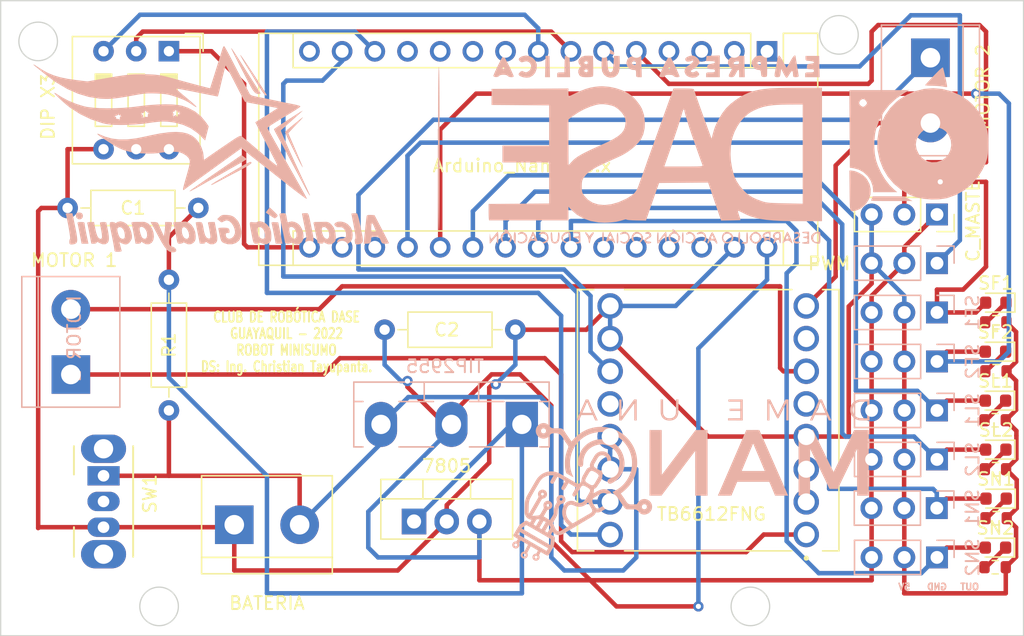
<source format=kicad_pcb>
(kicad_pcb (version 20211014) (generator pcbnew)
  (layers (0 "F.Cu" signal) (31 "B.Cu" signal) (34 "B.Paste" user) (35 "F.Paste" user) (36 "B.SilkS" user "B.Silkscreen") (37 "F.SilkS" user "F.Silkscreen") (38 "B.Mask" user) (39 "F.Mask" user) (44 "Edge.Cuts" user))
  (net 0 "")
  (net 1 "Net-(J2-Pad1)")
  (net 2 "Net-(J2-Pad2)")
  (net 3 "Net-(J3-Pad1)")
  (net 4 "Net-(J3-Pad2)")
  (net 5 "Net-(C1-Pad1)")
  (net 6 "GND")
  (net 7 "5v")
  (net 8 "12v")
  (net 9 "PWMB")
  (net 10 "BIN2")
  (net 11 "BIN1")
  (net 12 "STBY")
  (net 13 "AIN1")
  (net 14 "AIN2")
  (net 15 "PWMA")
  (net 19 "Net-(J1-Pad2)")
  (net 20 "D3")
  (net 21 "D4")
  (net 22 "D5")
  (net 23 "D2")
  (net 26 "A0")
  (net 27 "A1")
  (net 28 "A2")
  (net 29 "A3")
  (net 30 "A4")
  (net 31 "A5")
  (net 36 "D13")
  (net 37 "Net-(D4-Pad1)")
  (net 38 "Net-(D5-Pad1)")
  (net 39 "Net-(D6-Pad1)")
  (net 40 "Net-(D7-Pad1)")
  (net 41 "Net-(D8-Pad1)")
  (net 42 "Net-(D9-Pad1)")
  (footprint "Resistor_SMD:R_0603_1608Metric" (layer "F.Cu") (at 247.142 102.362 180)
    (fp_text reference "220" hide)
    (fp_text value "220" hide)
    (pad "1" smd roundrect (at -0.825 0 180) (size 0.8 0.95) (layers "F.Cu" "F.Paste" "F.Mask") (net 6 "GND"))
    (pad "2" smd roundrect (at 0.825 0 180) (size 0.8 0.95) (layers "F.Cu" "F.Paste" "F.Mask") (net 40 "Net-(D7-Pad1)"))
  )
  (footprint "LED_SMD:LED_0603_1608Metric" (layer "F.Cu") (at 247.1165 119.888 180)
    (fp_text reference "SN2" (at 0 1.524) (layer "F.SilkS"))
    (fp_text value "LED" hide)
    (pad "1" smd roundrect (at -0.7875 0 180) (size 0.875 0.95) (layers "F.Cu" "F.Paste" "F.Mask") (net 39 "Net-(D6-Pad1)"))
    (pad "2" smd roundrect (at 0.7875 0 180) (size 0.875 0.95) (layers "F.Cu" "F.Paste" "F.Mask") (net 31 "A5"))
  )
  (footprint "Resistor_SMD:R_0603_1608Metric" (layer "F.Cu") (at 247.1675 117.602 180)
    (fp_text reference "220" hide)
    (fp_text value "220" hide)
    (pad "1" smd roundrect (at -0.825 0 180) (size 0.8 0.95) (layers "F.Cu" "F.Paste" "F.Mask") (net 6 "GND"))
    (pad "2" smd roundrect (at 0.825 0 180) (size 0.8 0.95) (layers "F.Cu" "F.Paste" "F.Mask") (net 38 "Net-(D5-Pad1)"))
  )
  (footprint "Resistor_SMD:R_0603_1608Metric" (layer "F.Cu") (at 247.091 109.982 180)
    (fp_text reference "220" hide)
    (fp_text value "220" hide)
    (pad "1" smd roundrect (at -0.825 0 180) (size 0.8 0.95) (layers "F.Cu" "F.Paste" "F.Mask") (net 6 "GND"))
    (pad "2" smd roundrect (at 0.825 0 180) (size 0.8 0.95) (layers "F.Cu" "F.Paste" "F.Mask") (net 42 "Net-(D9-Pad1)"))
  )
  (footprint "Resistor_SMD:R_0603_1608Metric" (layer "F.Cu") (at 247.154 106.172 180)
    (fp_text reference "220" hide)
    (fp_text value "220" hide)
    (pad "1" smd roundrect (at -0.825 0 180) (size 0.8 0.95) (layers "F.Cu" "F.Paste" "F.Mask") (net 6 "GND"))
    (pad "2" smd roundrect (at 0.825 0 180) (size 0.8 0.95) (layers "F.Cu" "F.Paste" "F.Mask") (net 41 "Net-(D8-Pad1)"))
  )
  (footprint "Package_TO_SOT_THT:TO-220-3_Vertical" (layer "F.Cu") (at 201.93 117.856)
    (fp_text reference "7805" (at 2.54 -4.318) (layer "F.SilkS"))
    (fp_text value "LM7805_TO220" hide)
    (pad "1" thru_hole rect (at 0 0) (size 1.905 2) (drill 1.1) (layers *.Cu *.Mask) (net 5 "Net-(C1-Pad1)"))
    (pad "2" thru_hole oval (at 2.54 0) (size 1.905 2) (drill 1.1) (layers *.Cu *.Mask) (net 6 "GND"))
    (pad "3" thru_hole oval (at 5.08 0) (size 1.905 2) (drill 1.1) (layers *.Cu *.Mask) (net 7 "5v"))
  )
  (footprint "Resistor_SMD:R_0603_1608Metric" (layer "F.Cu") (at 247.091 121.412 180)
    (fp_text reference "220" hide)
    (fp_text value "220" hide)
    (pad "1" smd roundrect (at -0.825 0 180) (size 0.8 0.95) (layers "F.Cu" "F.Paste" "F.Mask") (net 6 "GND"))
    (pad "2" smd roundrect (at 0.825 0 180) (size 0.8 0.95) (layers "F.Cu" "F.Paste" "F.Mask") (net 39 "Net-(D6-Pad1)"))
  )
  (footprint "Resistor_THT:R_Axial_DIN0207_L6.3mm_D2.5mm_P10.16mm_Horizontal" (layer "F.Cu") (at 199.644 102.941)
    (fp_text reference "C2" (at 4.826 0) (layer "F.SilkS"))
    (fp_text value "470")
    (pad "1" thru_hole circle (at 0 0) (size 1.6 1.6) (drill 0.8) (layers *.Cu *.Mask) (net 7 "5v"))
    (pad "2" thru_hole oval (at 10.16 0) (size 1.6 1.6) (drill 0.8) (layers *.Cu *.Mask) (net 6 "GND"))
  )
  (footprint "Resistor_THT:R_Axial_DIN0207_L6.3mm_D2.5mm_P10.16mm_Horizontal" (layer "F.Cu") (at 182.88 109.22 90)
    (fp_text reference "R1" (at 5.08 0 90) (layer "F.SilkS"))
    (fp_text value "R")
    (pad "1" thru_hole circle (at 0 0 90) (size 1.6 1.6) (drill 0.8) (layers *.Cu *.Mask) (net 8 "12v"))
    (pad "2" thru_hole oval (at 10.16 0 90) (size 1.6 1.6) (drill 0.8) (layers *.Cu *.Mask) (net 5 "Net-(C1-Pad1)"))
  )
  (footprint "LED_SMD:LED_0603_1608Metric" (layer "F.Cu") (at 247.142 100.838 180)
    (fp_text reference "SF1" (at 0 1.524) (layer "F.SilkS"))
    (fp_text value "LED" hide)
    (pad "1" smd roundrect (at -0.7875 0 180) (size 0.875 0.95) (layers "F.Cu" "F.Paste" "F.Mask") (net 40 "Net-(D7-Pad1)"))
    (pad "2" smd roundrect (at 0.7875 0 180) (size 0.875 0.95) (layers "F.Cu" "F.Paste" "F.Mask") (net 26 "A0"))
  )
  (footprint "Dual_driver:MODULE_ROB-14450" (layer "F.Cu") (at 224.79 109.982 180)
    (fp_text reference "U1" hide)
    (fp_text value "TB6612FNG" (at -0.254 -7.295) (layer "F.SilkS"))
    (pad "1" thru_hole circle (at -7.62 -8.89 180) (size 1.98 1.98) (drill 1.32) (layers *.Cu *.Mask) (net 1 "Net-(J2-Pad1)"))
    (pad "2" thru_hole circle (at -7.62 -6.35 180) (size 1.98 1.98) (drill 1.32) (layers *.Cu *.Mask) (net 1 "Net-(J2-Pad1)"))
    (pad "3" thru_hole circle (at -7.62 -3.81 180) (size 1.98 1.98) (drill 1.32) (layers *.Cu *.Mask) (net 6 "GND"))
    (pad "4" thru_hole circle (at -7.62 -1.27 180) (size 1.98 1.98) (drill 1.32) (layers *.Cu *.Mask) (net 6 "GND"))
    (pad "5" thru_hole circle (at -7.62 1.27 180) (size 1.98 1.98) (drill 1.32) (layers *.Cu *.Mask) (net 2 "Net-(J2-Pad2)"))
    (pad "6" thru_hole circle (at -7.62 3.81 180) (size 1.98 1.98) (drill 1.32) (layers *.Cu *.Mask) (net 2 "Net-(J2-Pad2)"))
    (pad "7" thru_hole circle (at -7.62 6.35 180) (size 1.98 1.98) (drill 1.32) (layers *.Cu *.Mask) (net 4 "Net-(J3-Pad2)"))
    (pad "8" thru_hole circle (at -7.62 8.89 180) (size 1.98 1.98) (drill 1.32) (layers *.Cu *.Mask) (net 4 "Net-(J3-Pad2)"))
    (pad "9" thru_hole circle (at 7.62 8.89 180) (size 1.98 1.98) (drill 1.32) (layers *.Cu *.Mask) (net 6 "GND"))
    (pad "10" thru_hole circle (at 7.62 6.35 180) (size 1.98 1.98) (drill 1.32) (layers *.Cu *.Mask) (net 6 "GND"))
    (pad "11" thru_hole circle (at 7.62 3.81 180) (size 1.98 1.98) (drill 1.32) (layers *.Cu *.Mask) (net 3 "Net-(J3-Pad1)"))
    (pad "12" thru_hole circle (at 7.62 1.27 180) (size 1.98 1.98) (drill 1.32) (layers *.Cu *.Mask) (net 3 "Net-(J3-Pad1)"))
    (pad "13" thru_hole circle (at 7.62 -1.27 180) (size 1.98 1.98) (drill 1.32) (layers *.Cu *.Mask) (net 8 "12v"))
    (pad "14" thru_hole circle (at 7.62 -3.81 180) (size 1.98 1.98) (drill 1.32) (layers *.Cu *.Mask) (net 8 "12v"))
    (pad "15" thru_hole circle (at 7.62 -6.35 180) (size 1.98 1.98) (drill 1.32) (layers *.Cu *.Mask) (net 9 "PWMB"))
    (pad "16" thru_hole circle (at 7.62 -8.89 180) (size 1.98 1.98) (drill 1.32) (layers *.Cu *.Mask) (net 10 "BIN2"))
  )
  (footprint "LED_SMD:LED_0603_1608Metric" (layer "F.Cu") (at 247.1165 104.648 180)
    (fp_text reference "SF2" (at 0 1.524) (layer "F.SilkS"))
    (fp_text value "LED" hide)
    (pad "1" smd roundrect (at -0.7875 0 180) (size 0.875 0.95) (layers "F.Cu" "F.Paste" "F.Mask") (net 41 "Net-(D8-Pad1)"))
    (pad "2" smd roundrect (at 0.7875 0 180) (size 0.875 0.95) (layers "F.Cu" "F.Paste" "F.Mask") (net 27 "A1"))
  )
  (footprint "Button_Switch_THT:SW_CuK_OS102011MA1QN1_SPDT_Angled" (layer "F.Cu") (at 177.8 114.3 -90)
    (fp_text reference "SW1" (at 1.4 -3.6 -90) (layer "F.SilkS"))
    (fp_text value "SW_Push_SPDT" hide)
    (pad "" thru_hole oval (at 6.1 0 270) (size 2.2 3.5) (drill 1.5) (layers *.Cu *.Mask))
    (pad "" thru_hole oval (at -2.1 0 270) (size 2.2 3.5) (drill 1.5) (layers *.Cu *.Mask))
    (pad "1" thru_hole rect (at 0 0 270) (size 1.5 2.5) (drill 0.9) (layers *.Cu *.Mask) (net 8 "12v"))
    (pad "2" thru_hole oval (at 2 0 270) (size 1.5 2.5) (drill 0.9) (layers *.Cu *.Mask) (net 19 "Net-(J1-Pad2)"))
    (pad "3" thru_hole oval (at 4 0 270) (size 1.5 2.5) (drill 0.9) (layers *.Cu *.Mask) (net 6 "GND"))
  )
  (footprint "LED_SMD:LED_0603_1608Metric" (layer "F.Cu") (at 247.142 112.268 180)
    (fp_text reference "SL2" (at -0.0255 1.524) (layer "F.SilkS"))
    (fp_text value "LED" hide)
    (pad "1" smd roundrect (at -0.7875 0 180) (size 0.875 0.95) (layers "F.Cu" "F.Paste" "F.Mask") (net 37 "Net-(D4-Pad1)"))
    (pad "2" smd roundrect (at 0.7875 0 180) (size 0.875 0.95) (layers "F.Cu" "F.Paste" "F.Mask") (net 29 "A3"))
  )
  (footprint "Module:Arduino_Nano" (layer "F.Cu") (at 229.362 81.29 -90)
    (fp_text reference "A1" hide)
    (fp_text value "Arduino_Nano_v3.x" (at 8.89 19.05) (layer "F.SilkS"))
    (pad "1" thru_hole rect (at 0 0 270) (size 1.6 1.6) (drill 1) (layers *.Cu *.Mask))
    (pad "2" thru_hole oval (at 0 2.54 270) (size 1.6 1.6) (drill 1) (layers *.Cu *.Mask))
    (pad "3" thru_hole oval (at 0 5.08 270) (size 1.6 1.6) (drill 1) (layers *.Cu *.Mask))
    (pad "4" thru_hole oval (at 0 7.62 270) (size 1.6 1.6) (drill 1) (layers *.Cu *.Mask) (net 6 "GND"))
    (pad "5" thru_hole oval (at 0 10.16 270) (size 1.6 1.6) (drill 1) (layers *.Cu *.Mask) (net 23 "D2"))
    (pad "6" thru_hole oval (at 0 12.7 270) (size 1.6 1.6) (drill 1) (layers *.Cu *.Mask) (net 20 "D3"))
    (pad "7" thru_hole oval (at 0 15.24 270) (size 1.6 1.6) (drill 1) (layers *.Cu *.Mask) (net 21 "D4"))
    (pad "8" thru_hole oval (at 0 17.78 270) (size 1.6 1.6) (drill 1) (layers *.Cu *.Mask) (net 22 "D5"))
    (pad "9" thru_hole oval (at 0 20.32 270) (size 1.6 1.6) (drill 1) (layers *.Cu *.Mask) (net 15 "PWMA"))
    (pad "10" thru_hole oval (at 0 22.86 270) (size 1.6 1.6) (drill 1) (layers *.Cu *.Mask) (net 14 "AIN2"))
    (pad "11" thru_hole oval (at 0 25.4 270) (size 1.6 1.6) (drill 1) (layers *.Cu *.Mask) (net 13 "AIN1"))
    (pad "12" thru_hole oval (at 0 27.94 270) (size 1.6 1.6) (drill 1) (layers *.Cu *.Mask) (net 11 "BIN1"))
    (pad "13" thru_hole oval (at 0 30.48 270) (size 1.6 1.6) (drill 1) (layers *.Cu *.Mask) (net 10 "BIN2"))
    (pad "14" thru_hole oval (at 0 33.02 270) (size 1.6 1.6) (drill 1) (layers *.Cu *.Mask) (net 9 "PWMB"))
    (pad "15" thru_hole oval (at 0 35.56 270) (size 1.6 1.6) (drill 1) (layers *.Cu *.Mask) (net 12 "STBY"))
    (pad "16" thru_hole oval (at 15.24 35.56 270) (size 1.6 1.6) (drill 1) (layers *.Cu *.Mask) (net 36 "D13"))
    (pad "17" thru_hole oval (at 15.24 33.02 270) (size 1.6 1.6) (drill 1) (layers *.Cu *.Mask))
    (pad "18" thru_hole oval (at 15.24 30.48 270) (size 1.6 1.6) (drill 1) (layers *.Cu *.Mask))
    (pad "19" thru_hole oval (at 15.24 27.94 270) (size 1.6 1.6) (drill 1) (layers *.Cu *.Mask) (net 26 "A0"))
    (pad "20" thru_hole oval (at 15.24 25.4 270) (size 1.6 1.6) (drill 1) (layers *.Cu *.Mask) (net 27 "A1"))
    (pad "21" thru_hole oval (at 15.24 22.86 270) (size 1.6 1.6) (drill 1) (layers *.Cu *.Mask) (net 28 "A2"))
    (pad "22" thru_hole oval (at 15.24 20.32 270) (size 1.6 1.6) (drill 1) (layers *.Cu *.Mask) (net 29 "A3"))
    (pad "23" thru_hole oval (at 15.24 17.78 270) (size 1.6 1.6) (drill 1) (layers *.Cu *.Mask) (net 30 "A4"))
    (pad "24" thru_hole oval (at 15.24 15.24 270) (size 1.6 1.6) (drill 1) (layers *.Cu *.Mask) (net 31 "A5"))
    (pad "25" thru_hole oval (at 15.24 12.7 270) (size 1.6 1.6) (drill 1) (layers *.Cu *.Mask))
    (pad "26" thru_hole oval (at 15.24 10.16 270) (size 1.6 1.6) (drill 1) (layers *.Cu *.Mask))
    (pad "27" thru_hole oval (at 15.24 7.62 270) (size 1.6 1.6) (drill 1) (layers *.Cu *.Mask))
    (pad "28" thru_hole oval (at 15.24 5.08 270) (size 1.6 1.6) (drill 1) (layers *.Cu *.Mask))
    (pad "29" thru_hole oval (at 15.24 2.54 270) (size 1.6 1.6) (drill 1) (layers *.Cu *.Mask) (net 6 "GND"))
    (pad "30" thru_hole oval (at 15.24 0 270) (size 1.6 1.6) (drill 1) (layers *.Cu *.Mask) (net 7 "5v"))
  )
  (footprint "LED_SMD:LED_0603_1608Metric" (layer "F.Cu") (at 247.1675 116.078 180)
    (fp_text reference "SN1" (at 0 1.524) (layer "F.SilkS"))
    (fp_text value "LED" hide)
    (pad "1" smd roundrect (at -0.7875 0 180) (size 0.875 0.95) (layers "F.Cu" "F.Paste" "F.Mask") (net 38 "Net-(D5-Pad1)"))
    (pad "2" smd roundrect (at 0.7875 0 180) (size 0.875 0.95) (layers "F.Cu" "F.Paste" "F.Mask") (net 30 "A4"))
  )
  (footprint "LED_SMD:LED_0603_1608Metric" (layer "F.Cu") (at 247.1165 108.458 180)
    (fp_text reference "SL1" (at 0 1.524) (layer "F.SilkS"))
    (fp_text value "LED" hide)
    (pad "1" smd roundrect (at -0.7875 0 180) (size 0.875 0.95) (layers "F.Cu" "F.Paste" "F.Mask") (net 42 "Net-(D9-Pad1)"))
    (pad "2" smd roundrect (at 0.7875 0 180) (size 0.875 0.95) (layers "F.Cu" "F.Paste" "F.Mask") (net 28 "A2"))
  )
  (footprint "Resistor_SMD:R_0603_1608Metric" (layer "F.Cu") (at 247.1165 113.792 180)
    (fp_text reference "220" hide)
    (fp_text value "220" hide)
    (pad "1" smd roundrect (at -0.825 0 180) (size 0.8 0.95) (layers "F.Cu" "F.Paste" "F.Mask") (net 6 "GND"))
    (pad "2" smd roundrect (at 0.825 0 180) (size 0.8 0.95) (layers "F.Cu" "F.Paste" "F.Mask") (net 37 "Net-(D4-Pad1)"))
  )
  (footprint "Resistor_THT:R_Axial_DIN0207_L6.3mm_D2.5mm_P10.16mm_Horizontal" (layer "F.Cu") (at 185.166 93.472 180)
    (fp_text reference "C1" (at 5.08 0) (layer "F.SilkS"))
    (fp_text value "470")
    (pad "1" thru_hole circle (at 0 0 180) (size 1.6 1.6) (drill 0.8) (layers *.Cu *.Mask) (net 5 "Net-(C1-Pad1)"))
    (pad "2" thru_hole oval (at 10.16 0 180) (size 1.6 1.6) (drill 0.8) (layers *.Cu *.Mask) (net 6 "GND"))
  )
  (footprint "Button_Switch_THT:SW_DIP_SPSTx03_Slide_9.78x9.8mm_W7.62mm_P2.54mm" (layer "F.Cu") (at 182.88 81.28 -90)
    (fp_text reference "DIP X3" (at 4.318 9.398 90) (layer "F.SilkS"))
    (fp_text value "DIP X3" hide)
    (pad "1" thru_hole rect (at 0 0 270) (size 1.6 1.6) (drill 0.8) (layers *.Cu *.Mask) (net 36 "D13"))
    (pad "2" thru_hole oval (at 0 2.54 270) (size 1.6 1.6) (drill 0.8) (layers *.Cu *.Mask) (net 21 "D4"))
    (pad "3" thru_hole oval (at 0 5.08 270) (size 1.6 1.6) (drill 0.8) (layers *.Cu *.Mask) (net 22 "D5"))
    (pad "4" thru_hole oval (at 7.62 5.08 270) (size 1.6 1.6) (drill 0.8) (layers *.Cu *.Mask) (net 6 "GND"))
    (pad "5" thru_hole oval (at 7.62 2.54 270) (size 1.6 1.6) (drill 0.8) (layers *.Cu *.Mask) (net 6 "GND"))
    (pad "6" thru_hole oval (at 7.62 0 270) (size 1.6 1.6) (drill 0.8) (layers *.Cu *.Mask) (net 6 "GND"))
  )
  (footprint "Connector_PinSocket_2.54mm:PinSocket_1x03_P2.54mm_Vertical" (layer "F.Cu") (at 242.57 93.98 -90)
    (fp_text reference "J11" hide)
    (fp_text value "C_MASTER" (at 0 -2.794 -90) (layer "F.SilkS"))
    (pad "1" thru_hole rect (at 0 0 270) (size 1.7 1.7) (drill 1) (layers *.Cu *.Mask) (net 7 "5v"))
    (pad "2" thru_hole oval (at 0 2.54 270) (size 1.7 1.7) (drill 1) (layers *.Cu *.Mask) (net 23 "D2"))
    (pad "3" thru_hole oval (at 0 5.08 270) (size 1.7 1.7) (drill 1) (layers *.Cu *.Mask) (net 6 "GND"))
  )
  (footprint "TerminalBlock:TerminalBlock_bornier-2_P5.08mm" (layer "F.Cu") (at 187.96 118.11)
    (fp_text reference "BATERIA" (at 2.54 6.096) (layer "F.SilkS"))
    (fp_text value "Screw_Terminal_01x02" hide)
    (pad "1" thru_hole rect (at 0 0) (size 3 3) (drill 1.52) (layers *.Cu *.Mask) (net 6 "GND"))
    (pad "2" thru_hole circle (at 5.08 0) (size 3 3) (drill 1.52) (layers *.Cu *.Mask) (net 8 "12v"))
  )
  (footprint "Connector_PinSocket_2.54mm:PinSocket_1x03_P2.54mm_Vertical" (layer "B.Cu") (at 242.57 97.765 90)
    (fp_text reference "J4" hide)
    (fp_text value "PWM" (at -0.025 -8.382 180) (layer "F.SilkS"))
    (pad "1" thru_hole rect (at 0 0 90) (size 1.7 1.7) (drill 1) (layers *.Cu *.Mask) (net 20 "D3"))
    (pad "2" thru_hole oval (at 0 -2.54 90) (size 1.7 1.7) (drill 1) (layers *.Cu *.Mask) (net 7 "5v"))
    (pad "3" thru_hole oval (at 0 -5.08 90) (size 1.7 1.7) (drill 1) (layers *.Cu *.Mask) (net 6 "GND"))
  )
  (footprint "TerminalBlock:TerminalBlock_bornier-2_P5.08mm" (layer "B.Cu") (at 242.062 81.788 -90)
    (fp_text reference "MOTOR 2" (at 2.286 -4.064 90) (layer "F.SilkS"))
    (fp_text value "MOTOR 2" hide)
    (pad "1" thru_hole rect (at 0 0 270) (size 3 3) (drill 1.52) (layers *.Cu *.Mask) (net 3 "Net-(J3-Pad1)"))
    (pad "2" thru_hole circle (at 5.08 0 270) (size 3 3) (drill 1.52) (layers *.Cu *.Mask) (net 4 "Net-(J3-Pad2)"))
  )
  (footprint "Connector_PinSocket_2.54mm:PinSocket_1x03_P2.54mm_Vertical" (layer "B.Cu") (at 242.57 101.6 90)
    (fp_text reference "SF1" (at 0 2.77 90) (layer "B.SilkS") (effects (justify mirror)))
    (fp_text value "SENSOR SHARP 01" hide)
    (pad "1" thru_hole rect (at 0 0 90) (size 1.7 1.7) (drill 1) (layers *.Cu *.Mask) (net 26 "A0"))
    (pad "2" thru_hole oval (at 0 -2.54 90) (size 1.7 1.7) (drill 1) (layers *.Cu *.Mask) (net 6 "GND"))
    (pad "3" thru_hole oval (at 0 -5.08 90) (size 1.7 1.7) (drill 1) (layers *.Cu *.Mask) (net 7 "5v"))
  )
  (footprint "Package_TO_SOT_THT:TO-218-3_Vertical" (layer "B.Cu") (at 210.312 110.307 180)
    (fp_text reference "TIP2955" (at 5.983 4.52) (layer "B.SilkS") (effects (justify mirror)))
    (fp_text value "TIP2955")
    (pad "1" thru_hole rect (at 0 0 180) (size 2.5 3.5) (drill 1.5) (layers *.Cu *.Mask) (net 5 "Net-(C1-Pad1)"))
    (pad "2" thru_hole oval (at 5.475 0 180) (size 2.5 3.5) (drill 1.5) (layers *.Cu *.Mask) (net 7 "5v"))
    (pad "3" thru_hole oval (at 10.95 0 180) (size 2.5 3.5) (drill 1.5) (layers *.Cu *.Mask) (net 8 "12v"))
  )
  (footprint "Connector_PinSocket_2.54mm:PinSocket_1x03_P2.54mm_Vertical" (layer "B.Cu") (at 242.555 116.815 90)
    (fp_text reference "SN1" (at 0 2.77 90) (layer "B.SilkS") (effects (justify mirror)))
    (fp_text value "QTR 1A" hide)
    (pad "1" thru_hole rect (at 0 0 90) (size 1.7 1.7) (drill 1) (layers *.Cu *.Mask) (net 30 "A4"))
    (pad "2" thru_hole oval (at 0 -2.54 90) (size 1.7 1.7) (drill 1) (layers *.Cu *.Mask) (net 6 "GND"))
    (pad "3" thru_hole oval (at 0 -5.08 90) (size 1.7 1.7) (drill 1) (layers *.Cu *.Mask) (net 7 "5v"))
  )
  (footprint "TerminalBlock:TerminalBlock_bornier-2_P5.08mm" (layer "B.Cu") (at 175.26 106.426 90)
    (fp_text reference "MOTOR 1" (at 2.794 0.254 90) (layer "B.SilkS") (effects (justify mirror)))
    (fp_text value "MOTOR 1" (at 8.89 0.254 180) (layer "F.SilkS"))
    (pad "1" thru_hole rect (at 0 0 90) (size 3 3) (drill 1.52) (layers *.Cu *.Mask) (net 1 "Net-(J2-Pad1)"))
    (pad "2" thru_hole circle (at 5.08 0 90) (size 3 3) (drill 1.52) (layers *.Cu *.Mask) (net 2 "Net-(J2-Pad2)"))
  )
  (footprint "Connector_PinSocket_2.54mm:PinSocket_1x03_P2.54mm_Vertical" (layer "B.Cu") (at 242.57 105.41 90)
    (fp_text reference "SF2" (at 0 2.77 90) (layer "B.SilkS") (effects (justify mirror)))
    (fp_text value "SENSOR SHARP 02" hide)
    (pad "1" thru_hole rect (at 0 0 90) (size 1.7 1.7) (drill 1) (layers *.Cu *.Mask) (net 27 "A1"))
    (pad "2" thru_hole oval (at 0 -2.54 90) (size 1.7 1.7) (drill 1) (layers *.Cu *.Mask) (net 6 "GND"))
    (pad "3" thru_hole oval (at 0 -5.08 90) (size 1.7 1.7) (drill 1) (layers *.Cu *.Mask) (net 7 "5v"))
  )
  (footprint "Connector_PinSocket_2.54mm:PinSocket_1x03_P2.54mm_Vertical" (layer "B.Cu") (at 242.57 109.22 90)
    (fp_text reference "SL1" (at 0 2.77 90) (layer "B.SilkS") (effects (justify mirror)))
    (fp_text value "SENSOR SHARP 03" hide)
    (pad "1" thru_hole rect (at 0 0 90) (size 1.7 1.7) (drill 1) (layers *.Cu *.Mask) (net 28 "A2"))
    (pad "2" thru_hole oval (at 0 -2.54 90) (size 1.7 1.7) (drill 1) (layers *.Cu *.Mask) (net 6 "GND"))
    (pad "3" thru_hole oval (at 0 -5.08 90) (size 1.7 1.7) (drill 1) (layers *.Cu *.Mask) (net 7 "5v"))
  )
  (footprint "Connector_PinSocket_2.54mm:PinSocket_1x03_P2.54mm_Vertical" (layer "B.Cu") (at 242.57 120.65 90)
    (fp_text reference "SN2" (at 0 2.77 90) (layer "B.SilkS") (effects (justify mirror)))
    (fp_text value "QTR 1A_2" hide)
    (pad "1" thru_hole rect (at 0 0 90) (size 1.7 1.7) (drill 1) (layers *.Cu *.Mask) (net 31 "A5"))
    (pad "2" thru_hole oval (at 0 -2.54 90) (size 1.7 1.7) (drill 1) (layers *.Cu *.Mask) (net 6 "GND"))
    (pad "3" thru_hole oval (at 0 -5.08 90) (size 1.7 1.7) (drill 1) (layers *.Cu *.Mask) (net 7 "5v"))
  )
  (footprint "graficos:logo_dame_una_mano" (layer "B.Cu") (at 223.774 113.792 180)
    (fp_text reference "G***" hide)
    (fp_text value "LOGO" hide)
  )
  (footprint "graficos:logo_alcaldia_gye_80mm" (layer "B.Cu") (at 209.55 89.309152 180)
    (fp_text reference "G***" hide)
    (fp_text value "LOGO" hide)
  )
  (footprint "Connector_PinSocket_2.54mm:PinSocket_1x03_P2.54mm_Vertical" (layer "B.Cu") (at 242.57 113.03 90)
    (fp_text reference "SL2" (at 0 2.77 90) (layer "B.SilkS") (effects (justify mirror)))
    (fp_text value "SENSOR SHARP 04" hide)
    (pad "1" thru_hole rect (at 0 0 90) (size 1.7 1.7) (drill 1) (layers *.Cu *.Mask) (net 29 "A3"))
    (pad "2" thru_hole oval (at 0 -2.54 90) (size 1.7 1.7) (drill 1) (layers *.Cu *.Mask) (net 6 "GND"))
    (pad "3" thru_hole oval (at 0 -5.08 90) (size 1.7 1.7) (drill 1) (layers *.Cu *.Mask) (net 7 "5v"))
  )
  (gr_circle (center 172.72 80.518) (end 174.22 80.518) (layer "Edge.Cuts") (width 0.1) (fill none))
  (gr_circle (center 234.95 80.01) (end 236.45 80.01) (layer "Edge.Cuts") (width 0.1) (fill none))
  (gr_rect (start 169.804 77.348) (end 249.296 126.746) (layer "Edge.Cuts") (width 0.1) (fill none))
  (gr_circle (center 182.118 124.46) (end 183.618 124.46) (layer "Edge.Cuts") (width 0.1) (fill none))
  (gr_circle (center 228.068 124.46) (end 229.568 124.46) (layer "Edge.Cuts") (width 0.1) (fill none))
  (gr_text "GND" (at 242.57 122.936) (layer "B.SilkS") (effects (font (size 0.5 0.5) (thickness 0.125)) (justify mirror)))
  (gr_text "OUT" (at 245.11 122.936) (layer "B.SilkS") (effects (font (size 0.5 0.5) (thickness 0.125)) (justify mirror)))
  (gr_text "5V" (at 240.03 122.936) (layer "B.SilkS") (effects (font (size 0.5 0.5) (thickness 0.125)) (justify mirror)))
  (gr_text "CLUB DE ROBÓTICA DASE\nGUAYAQUIL - 2022\nROBOT MINISUMO\nDS: Ing. Christian Tayupanta." (at 192.024 103.886) (layer "F.SilkS") (effects (font (size 0.8 0.6))))
  (segment (start 229.108 118.872) (end 232.41 118.872) (width 0.35) (layer "F.Cu") (net 1))
  (segment (start 212.09 105.156) (end 213.36 106.426) (width 0.35) (layer "F.Cu") (net 1))
  (segment (start 175.26 106.426) (end 194.897325 106.426) (width 0.35) (layer "F.Cu") (net 1))
  (segment (start 214.216511 120.236511) (end 227.743489 120.236511) (width 0.35) (layer "F.Cu") (net 1))
  (segment (start 213.36 119.38) (end 214.216511 120.236511) (width 0.35) (layer "F.Cu") (net 1))
  (segment (start 194.897325 106.426) (end 196.167325 105.156) (width 0.35) (layer "F.Cu") (net 1))
  (segment (start 196.167325 105.156) (end 212.09 105.156) (width 0.35) (layer "F.Cu") (net 1))
  (segment (start 227.743489 120.236511) (end 229.108 118.872) (width 0.35) (layer "F.Cu") (net 1))
  (segment (start 213.36 106.426) (end 213.36 119.38) (width 0.35) (layer "F.Cu") (net 1))
  (segment (start 196.342 99.568) (end 230.378 99.568) (width 0.35) (layer "F.Cu") (net 2))
  (segment (start 230.632 106.172) (end 232.41 106.172) (width 0.35) (layer "F.Cu") (net 2))
  (segment (start 194.564 101.346) (end 196.342 99.568) (width 0.35) (layer "F.Cu") (net 2))
  (segment (start 230.378 105.918) (end 230.632 106.172) (width 0.35) (layer "F.Cu") (net 2))
  (segment (start 175.26 101.346) (end 194.564 101.346) (width 0.35) (layer "F.Cu") (net 2))
  (segment (start 230.378 99.568) (end 230.378 105.918) (width 0.35) (layer "F.Cu") (net 2))
  (segment (start 237.236 86.614) (end 203.438862 86.614) (width 0.35) (layer "B.Cu") (net 3))
  (segment (start 197.612 92.440862) (end 197.612 98.25648) (width 0.35) (layer "B.Cu") (net 3))
  (segment (start 215.646 100.314862) (end 215.646 104.648) (width 0.35) (layer "B.Cu") (net 3))
  (segment (start 242.062 81.788) (end 237.236 86.614) (width 0.35) (layer "B.Cu") (net 3))
  (segment (start 197.612 98.25648) (end 213.587619 98.256481) (width 0.35) (layer "B.Cu") (net 3))
  (segment (start 215.646 104.648) (end 217.17 106.172) (width 0.35) (layer "B.Cu") (net 3))
  (segment (start 203.438862 86.614) (end 197.612 92.440862) (width 0.35) (layer "B.Cu") (net 3))
  (segment (start 213.587619 98.256481) (end 215.646 100.314862) (width 0.35) (layer "B.Cu") (net 3))
  (segment (start 237.998 86.868) (end 234.696 90.17) (width 0.35) (layer "F.Cu") (net 4))
  (segment (start 234.696 90.17) (end 234.696 98.806) (width 0.35) (layer "F.Cu") (net 4))
  (segment (start 234.696 98.806) (end 232.41 101.092) (width 0.35) (layer "F.Cu") (net 4))
  (segment (start 242.062 86.868) (end 237.998 86.868) (width 0.35) (layer "F.Cu") (net 4))
  (segment (start 182.88 95.758) (end 185.166 93.472) (width 0.35) (layer "F.Cu") (net 5))
  (segment (start 182.88 99.06) (end 182.88 95.758) (width 0.35) (layer "F.Cu") (net 5))
  (segment (start 190.5 123.444) (end 210.312 123.444) (width 0.35) (layer "B.Cu") (net 5))
  (segment (start 210.312 123.444) (end 210.312 110.307) (width 0.35) (layer "B.Cu") (net 5))
  (segment (start 190.5 114.3) (end 190.5 123.444) (width 0.35) (layer "B.Cu") (net 5))
  (segment (start 210.312 110.307) (end 209.479 110.307) (width 0.35) (layer "B.Cu") (net 5))
  (segment (start 182.88 99.06) (end 182.88 106.68) (width 0.35) (layer "B.Cu") (net 5))
  (segment (start 209.479 110.307) (end 201.93 117.856) (width 0.35) (layer "B.Cu") (net 5))
  (segment (start 182.88 106.68) (end 190.5 114.3) (width 0.35) (layer "B.Cu") (net 5))
  (segment (start 240.03 116.83) (end 240.015 116.815) (width 0.35) (layer "F.Cu") (net 6))
  (segment (start 204.47 117.856) (end 200.66 121.666) (width 0.35) (layer "F.Cu") (net 6))
  (segment (start 206.756 114.3) (end 207.772 113.284) (width 0.35) (layer "F.Cu") (net 6))
  (segment (start 240.015 116.815) (end 240.015 113.045) (width 0.35) (layer "F.Cu") (net 6))
  (segment (start 235.712 111.252) (end 232.41 111.252) (width 0.35) (layer "F.Cu") (net 6))
  (segment (start 177.8 118.3) (end 172.784 118.3) (width 0.35) (layer "F.Cu") (net 6))
  (segment (start 187.96 121.666) (end 187.96 118.11) (width 0.35) (layer "F.Cu") (net 6))
  (segment (start 248.71602 103.11102) (end 248.71602 105.43498) (width 0.35) (layer "F.Cu") (net 6))
  (segment (start 240.03 120.65) (end 240.03 116.83) (width 0.35) (layer "F.Cu") (net 6))
  (segment (start 240.015 113.045) (end 240.03 113.03) (width 0.35) (layer "F.Cu") (net 6))
  (segment (start 209.804 102.941) (end 215.321 102.941) (width 0.35) (layer "F.Cu") (net 6))
  (segment (start 248.71602 105.43498) (end 247.979 106.172) (width 0.35) (layer "F.Cu") (net 6))
  (segment (start 248.71602 120.61198) (end 248.71602 118.32552) (width 0.35) (layer "F.Cu") (net 6))
  (segment (start 204.47 116.586) (end 206.756 114.3) (width 0.35) (layer "F.Cu") (net 6))
  (segment (start 248.74152 111.17648) (end 248.74152 110.80752) (width 0.35) (layer "F.Cu") (net 6))
  (segment (start 240.03 105.41) (end 240.03 109.22) (width 0.35) (layer "F.Cu") (net 6))
  (segment (start 200.66 121.666) (end 187.96 121.666) (width 0.35) (layer "F.Cu") (net 6))
  (segment (start 248.76702 116.82748) (end 248.76702 114.61752) (width 0.35) (layer "F.Cu") (net 6))
  (segment (start 208.026 107.188) (end 208.28 107.188) (width 0.35) (layer "F.Cu") (net 6))
  (segment (start 247.9415 113.792) (end 248.74152 112.99198) (width 0.35) (layer "F.Cu") (net 6))
  (segment (start 187.77 118.3) (end 187.96 118.11) (width 0.35) (layer "F.Cu") (net 6))
  (segment (start 248.71602 118.32552) (end 247.9925 117.602) (width 0.35) (layer "F.Cu") (net 6))
  (segment (start 247.916 121.412) (end 248.71602 120.61198) (width 0.35) (layer "F.Cu") (net 6))
  (segment (start 240.03 120.65) (end 240.03 123.444) (width 0.35) (layer "F.Cu") (net 6))
  (segment (start 215.321 102.941) (end 217.17 101.092) (width 0.35) (layer "F.Cu") (net 6))
  (segment (start 172.974 93.472) (end 175.006 93.472) (width 0.35) (layer "F.Cu") (net 6))
  (segment (start 248.74152 112.99198) (end 248.74152 111.17648) (width 0.35) (layer "F.Cu") (net 6))
  (segment (start 177.8 88.9) (end 175.006 88.9) (width 0.35) (layer "F.Cu") (net 6))
  (segment (start 175.006 88.9) (end 175.006 93.472) (width 0.35) (layer "F.Cu") (net 6))
  (segment (start 172.72 93.726) (end 172.974 93.472) (width 0.35) (layer "F.Cu") (net 6))
  (segment (start 248.71602 109.18198) (end 247.916 109.982) (width 0.35) (layer "F.Cu") (net 6))
  (segment (start 240.018 123.444) (end 247.904 123.444) (width 0.35) (layer "F.Cu") (net 6))
  (segment (start 235.712 101.129311) (end 235.712 111.252) (width 0.35) (layer "F.Cu") (net 6))
  (segment (start 224.79 111.252) (end 217.17 103.632) (width 0.35) (layer "F.Cu") (net 6))
  (segment (start 207.772 107.442) (end 208.026 107.188) (width 0.35) (layer "F.Cu") (net 6))
  (segment (start 247.967 102.362) (end 248.71602 103.11102) (width 0.35) (layer "F.Cu") (net 6))
  (segment (start 172.784 118.3) (end 172.72 118.364) (width 0.35) (layer "F.Cu") (net 6))
  (segment (start 247.904 123.444) (end 247.916 123.432) (width 0.35) (layer "F.Cu") (net 6))
  (segment (start 247.916 123.432) (end 247.916 121.412) (width 0.35) (layer "F.Cu") (net 6))
  (segment (start 232.41 111.252) (end 224.79 111.252) (width 0.35) (layer "F.Cu") (net 6))
  (segment (start 240.03 101.6) (end 240.03 105.41) (width 0.35) (layer "F.Cu") (net 6))
  (segment (start 172.72 118.364) (end 172.72 93.726) (width 0.35) (layer "F.Cu") (net 6))
  (segment (start 237.49 99.351311) (end 235.712 101.129311) (width 0.35) (layer "F.Cu") (net 6))
  (segment (start 248.76702 114.61752) (end 247.9415 113.792) (width 0.35) (layer "F.Cu") (net 6))
  (segment (start 207.772 113.284) (end 207.772 107.442) (width 0.35) (layer "F.Cu") (net 6))
  (segment (start 177.8 118.3) (end 187.77 118.3) (width 0.35) (layer "F.Cu") (net 6))
  (segment (start 248.71602 106.90902) (end 248.71602 109.18198) (width 0.35) (layer "F.Cu") (net 6))
  (segment (start 247.9925 117.602) (end 248.76702 116.82748) (width 0.35) (layer "F.Cu") (net 6))
  (segment (start 204.47 117.856) (end 204.47 116.586) (width 0.35) (layer "F.Cu") (net 6))
  (segment (start 240.03 109.22) (end 240.03 113.03) (width 0.35) (layer "F.Cu") (net 6))
  (segment (start 248.74152 110.80752) (end 247.916 109.982) (width 0.35) (layer "F.Cu") (net 6))
  (segment (start 247.979 106.172) (end 248.71602 106.90902) (width 0.35) (layer "F.Cu") (net 6))
  (segment (start 237.49 93.98) (end 237.49 99.351311) (width 0.35) (layer "F.Cu") (net 6))
  (via (at 208.28 107.188) (size 0.8) (drill 0.4) (layers "F.Cu" "B.Cu") (net 6))
  (segment (start 222.26 101.092) (end 217.17 101.092) (width 0.35) (layer "B.Cu") (net 6))
  (segment (start 209.804 102.941) (end 209.804 105.664) (width 0.35) (layer "B.Cu") (net 6))
  (segment (start 217.17 103.632) (end 217.17 101.092) (width 0.35) (layer "B.Cu") (net 6))
  (segment (start 226.822 96.53) (end 222.26 101.092) (width 0.35) (layer "B.Cu") (net 6))
  (segment (start 240.03 100.305) (end 237.49 97.765) (width 0.35) (layer "B.Cu") (net 6))
  (segment (start 209.804 105.664) (end 208.28 107.188) (width 0.35) (layer "B.Cu") (net 6))
  (segment (start 232.41 111.252) (end 232.41 113.792) (width 0.35) (layer "B.Cu") (net 6))
  (segment (start 240.03 101.6) (end 240.03 100.305) (width 0.35) (layer "B.Cu") (net 6))
  (segment (start 237.49 97.765) (end 237.49 93.98) (width 0.35) (layer "B.Cu") (net 6))
  (segment (start 204.837 110.307) (end 204.837 109.535675) (width 0.35) (layer "F.Cu") (net 7))
  (segment (start 240.03 97.765) (end 240.03 96.52) (width 0.35) (layer "F.Cu") (net 7))
  (segment (start 237.49 120.65) (end 237.49 116.83) (width 0.35) (layer "F.Cu") (net 7))
  (segment (start 207.01 117.856) (end 207.01 122.428) (width 0.35) (layer "F.Cu") (net 7))
  (segment (start 207.959186 106.413489) (end 210.167511 106.413489) (width 0.35) (layer "F.Cu") (net 7))
  (segment (start 237.49 122.428) (end 237.49 120.65) (width 0.35) (layer "F.Cu") (net 7))
  (segment (start 207.01 122.428) (end 237.49 122.428) (width 0.35) (layer "F.Cu") (net 7))
  (segment (start 237.49 101.6) (end 237.49 100.305) (width 0.35) (layer "F.Cu") (net 7))
  (segment (start 204.337 110.307) (end 201.422 107.392) (width 0.35) (layer "F.Cu") (net 7))
  (segment (start 237.49 116.83) (end 237.475 116.815) (width 0.35) (layer "F.Cu") (net 7))
  (segment (start 237.475 113.045) (end 237.49 113.03) (width 0.35) (layer "F.Cu") (net 7))
  (segment (start 237.49 100.305) (end 240.03 97.765) (width 0.35) (layer "F.Cu") (net 7))
  (segment (start 217.662862 124.46) (end 224.028 124.46) (width 0.35) (layer "F.Cu") (net 7))
  (segment (start 204.837 110.307) (end 204.337 110.307) (width 0.35) (layer "F.Cu") (net 7))
  (segment (start 212.598 108.843978) (end 212.598 119.395138) (width 0.35) (layer "F.Cu") (net 7))
  (segment (start 201.422 107.392) (end 201.422 106.934) (width 0.35) (layer "F.Cu") (net 7))
  (segment (start 237.49 105.41) (end 237.49 101.6) (width 0.35) (layer "F.Cu") (net 7))
  (segment (start 240.03 96.52) (end 242.57 93.98) (width 0.35) (layer "F.Cu") (net 7))
  (segment (start 210.167511 106.413489) (end 212.598 108.843978) (width 0.35) (layer "F.Cu") (net 7))
  (segment (start 237.49 109.22) (end 237.49 105.41) (width 0.35) (layer "F.Cu") (net 7))
  (segment (start 237.475 116.815) (end 237.475 113.045) (width 0.35) (layer "F.Cu") (net 7))
  (segment (start 212.598 119.395138) (end 217.662862 124.46) (width 0.35) (layer "F.Cu") (net 7))
  (segment (start 204.837 109.535675) (end 207.959186 106.413489) (width 0.35) (layer "F.Cu") (net 7))
  (segment (start 237.49 113.03) (end 237.49 109.22) (width 0.35) (layer "F.Cu") (net 7))
  (via (at 224.028 124.46) (size 0.8) (drill 0.4) (layers "F.Cu" "B.Cu") (net 7))
  (via (at 201.422 106.934) (size 0.8) (drill 0.4) (layers "F.Cu" "B.Cu") (net 7))
  (segment (start 204.837 110.307) (end 204.837 110.631) (width 0.35) (layer "B.Cu") (net 7))
  (segment (start 198.374 119.888) (end 199.136 120.65) (width 0.35) (layer "B.Cu") (net 7))
  (segment (start 199.644 102.941) (end 199.644 105.664) (width 0.35) (layer "B.Cu") (net 7))
  (segment (start 224.028 104.394) (end 229.362 99.06) (width 0.35) (layer "B.Cu") (net 7))
  (segment (start 204.837 110.631) (end 198.374 117.094) (width 0.35) (layer "B.Cu") (net 7))
  (segment (start 199.644 105.664) (end 200.914 106.934) (width 0.35) (layer "B.Cu") (net 7))
  (segment (start 200.914 106.934) (end 201.168 106.934) (width 0.35) (layer "B.Cu") (net 7))
  (segment (start 224.028 124.46) (end 224.028 104.394) (width 0.35) (layer "B.Cu") (net 7))
  (segment (start 229.362 99.06) (end 229.362 96.53) (width 0.35) (layer "B.Cu") (net 7))
  (segment (start 207.01 120.65) (end 207.01 117.856) (width 0.35) (layer "B.Cu") (net 7))
  (segment (start 199.136 120.65) (end 207.01 120.65) (width 0.35) (layer "B.Cu") (net 7))
  (segment (start 201.168 106.934) (end 201.422 106.934) (width 0.35) (layer "B.Cu") (net 7))
  (segment (start 198.374 117.094) (end 198.374 119.888) (width 0.35) (layer "B.Cu") (net 7))
  (segment (start 182.88 114.3) (end 182.88 109.22) (width 0.35) (layer "F.Cu") (net 8))
  (segment (start 193.04 118.11) (end 193.04 114.3) (width 0.35) (layer "F.Cu") (net 8))
  (segment (start 177.8 114.3) (end 182.88 114.3) (width 0.35) (layer "F.Cu") (net 8))
  (segment (start 193.04 114.3) (end 182.88 114.3) (width 0.35) (layer "F.Cu") (net 8))
  (segment (start 199.362 111.788) (end 193.04 118.11) (width 0.35) (layer "B.Cu") (net 8))
  (segment (start 199.362 110.307) (end 201.48652 108.18248) (width 0.35) (layer "B.Cu") (net 8))
  (segment (start 218.186 121.666) (end 219.202 120.65) (width 0.35) (layer "B.Cu") (net 8))
  (segment (start 212.598 109.00752) (end 212.598 120.65) (width 0.35) (layer "B.Cu") (net 8))
  (segment (start 211.77296 108.18248) (end 212.598 109.00752) (width 0.35) (layer "B.Cu") (net 8))
  (segment (start 219.202 113.792) (end 217.17 113.792) (width 0.35) (layer "B.Cu") (net 8))
  (segment (start 213.614 121.666) (end 218.186 121.666) (width 0.35) (layer "B.Cu") (net 8))
  (segment (start 199.362 110.307) (end 199.362 111.788) (width 0.35) (layer "B.Cu") (net 8))
  (segment (start 201.48652 108.18248) (end 211.77296 108.18248) (width 0.35) (layer "B.Cu") (net 8))
  (segment (start 219.202 120.65) (end 219.202 113.792) (width 0.35) (layer "B.Cu") (net 8))
  (segment (start 217.17 113.792) (end 217.17 111.252) (width 0.35) (layer "B.Cu") (net 8))
  (segment (start 212.598 120.65) (end 213.614 121.666) (width 0.35) (layer "B.Cu") (net 8))
  (segment (start 196.342 82.042) (end 196.342 81.29) (width 0.35) (layer "B.Cu") (net 9))
  (segment (start 192.024 83.566) (end 194.818 83.566) (width 0.35) (layer "B.Cu") (net 9))
  (segment (start 191.77 83.82) (end 192.024 83.566) (width 0.35) (layer "B.Cu") (net 9))
  (segment (start 214.63 100.076) (end 213.36 98.806) (width 0.35) (layer "B.Cu") (net 9))
  (segment (start 194.818 83.566) (end 196.342 82.042) (width 0.35) (layer "B.Cu") (net 9))
  (segment (start 214.63 116.078) (end 214.63 100.076) (width 0.35) (layer "B.Cu") (net 9))
  (segment (start 191.77 98.806) (end 191.77 83.82) (width 0.35) (layer "B.Cu") (net 9))
  (segment (start 214.884 116.332) (end 214.63 116.078) (width 0.35) (layer "B.Cu") (net 9))
  (segment (start 213.36 98.806) (end 191.77 98.806) (width 0.35) (layer "B.Cu") (net 9))
  (segment (start 217.17 116.332) (end 214.884 116.332) (width 0.35) (layer "B.Cu") (net 9))
  (segment (start 211.582 100.076) (end 190.5 100.076) (width 0.35) (layer "B.Cu") (net 10))
  (segment (start 190.5 79.756) (end 197.348 79.756) (width 0.35) (layer "B.Cu") (net 10))
  (segment (start 197.348 79.756) (end 198.882 81.29) (width 0.35) (layer "B.Cu") (net 10))
  (segment (start 190.5 100.076) (end 190.5 79.756) (width 0.35) (layer "B.Cu") (net 10))
  (segment (start 217.17 118.872) (end 214.122 118.872) (width 0.35) (layer "B.Cu") (net 10))
  (segment (start 213.36 101.854) (end 211.582 100.076) (width 0.35) (layer "B.Cu") (net 10))
  (segment (start 213.36 118.11) (end 213.36 101.854) (width 0.35) (layer "B.Cu") (net 10))
  (segment (start 214.122 118.872) (end 213.36 118.11) (width 0.35) (layer "B.Cu") (net 10))
  (segment (start 242.57 97.765) (end 244.348 95.987) (width 0.35) (layer "B.Cu") (net 20))
  (segment (start 240.538 78.486) (end 236.559489 82.464511) (width 0.35) (layer "B.Cu") (net 20))
  (segment (start 244.348 95.987) (end 244.348 78.486) (width 0.35) (layer "B.Cu") (net 20))
  (segment (start 217.836511 82.464511) (end 216.662 81.29) (width 0.35) (layer "B.Cu") (net 20))
  (segment (start 244.348 78.486) (end 240.538 78.486) (width 0.35) (layer "B.Cu") (net 20))
  (segment (start 236.559489 82.464511) (end 217.836511 82.464511) (width 0.35) (layer "B.Cu") (net 20))
  (segment (start 180.848 79.756) (end 180.34 80.264) (width 0.35) (layer "F.Cu") (net 21))
  (segment (start 212.588 79.756) (end 180.848 79.756) (width 0.35) (layer "F.Cu") (net 21))
  (segment (start 180.34 80.264) (end 180.34 81.28) (width 0.35) (layer "F.Cu") (net 21))
  (segment (start 214.122 81.29) (end 212.588 79.756) (width 0.35) (layer "F.Cu") (net 21))
  (segment (start 177.8 81.28) (end 180.63552 78.44448) (width 0.35) (layer "B.Cu") (net 22))
  (segment (start 210.52448 78.44448) (end 211.582 79.502) (width 0.35) (layer "B.Cu") (net 22))
  (segment (start 211.582 79.502) (end 211.582 81.29) (width 0.35) (layer "B.Cu") (net 22))
  (segment (start 180.63552 78.44448) (end 210.52448 78.44448) (width 0.35) (layer "B.Cu") (net 22))
  (segment (start 241.808 89.916) (end 246.38 89.916) (width 0.35) (layer "F.Cu") (net 23))
  (segment (start 245.872 79.248) (end 237.998 79.248) (width 0.35) (layer "F.Cu") (net 23))
  (segment (start 237.49 79.756) (end 237.49 83.566) (width 0.35) (layer "F.Cu") (net 23))
  (segment (start 237.49 83.566) (end 237.236 83.82) (width 0.35) (layer "F.Cu") (net 23))
  (segment (start 240.03 91.694) (end 241.808 89.916) (width 0.35) (layer "F.Cu") (net 23))
  (segment (start 240.03 93.98) (end 240.03 91.694) (width 0.35) (layer "F.Cu") (net 23))
  (segment (start 246.38 79.756) (end 245.872 79.248) (width 0.35) (layer "F.Cu") (net 23))
  (segment (start 221.732 83.82) (end 219.202 81.29) (width 0.35) (layer "F.Cu") (net 23))
  (segment (start 246.38 89.916) (end 246.38 79.756) (width 0.35) (layer "F.Cu") (net 23))
  (segment (start 237.236 83.82) (end 221.732 83.82) (width 0.35) (layer "F.Cu") (net 23))
  (segment (start 237.998 79.248) (end 237.49 79.756) (width 0.35) (layer "F.Cu") (net 23))
  (segment (start 246.38 91.44) (end 246.38 98.044) (width 0.35) (layer "F.Cu") (net 26))
  (segment (start 246.38 98.044) (end 244.602 99.822) (width 0.35) (layer "F.Cu") (net 26))
  (segment (start 244.602 99.822) (end 242.57 99.822) (width 0.35) (layer "F.Cu") (net 26))
  (segment (start 245.5925 101.6) (end 242.57 101.6) (width 0.35) (layer "F.Cu") (net 26))
  (segment (start 242.824 91.44) (end 246.38 91.44) (width 0.35) (layer "F.Cu") (net 26))
  (segment (start 246.3545 100.838) (end 245.5925 101.6) (width 0.35) (layer "F.Cu") (net 26))
  (segment (start 242.57 99.822) (end 242.57 101.6) (width 0.35) (layer "F.Cu") (net 26))
  (via (at 242.824 91.44) (size 0.8) (drill 0.4) (layers "F.Cu" "B.Cu") (net 26))
  (segment (start 202.438 88.392) (end 201.422 89.408) (width 0.35) (layer "B.Cu") (net 26))
  (segment (start 239.776 88.392) (end 202.438 88.392) (width 0.35) (layer "B.Cu") (net 26))
  (segment (start 201.422 89.408) (end 201.422 96.53) (width 0.35) (layer "B.Cu") (net 26))
  (segment (start 242.824 91.44) (end 239.776 88.392) (width 0.35) (layer "B.Cu") (net 26))
  (segment (start 203.962 87.376) (end 206.756 84.582) (width 0.35) (layer "F.Cu") (net 27))
  (segment (start 243.332 104.648) (end 242.57 105.41) (width 0.35) (layer "F.Cu") (net 27))
  (segment (start 246.329 104.648) (end 243.332 104.648) (width 0.35) (layer "F.Cu") (net 27))
  (segment (start 203.962 96.53) (end 203.962 87.376) (width 0.35) (layer "F.Cu") (net 27))
  (segment (start 206.756 84.582) (end 245.618 84.582) (width 0.35) (layer "F.Cu") (net 27))
  (via (at 245.6055 84.582) (size 0.8) (drill 0.4) (layers "F.Cu" "B.Cu") (net 27))
  (segment (start 248.158 85.344) (end 248.158 104.648) (width 0.35) (layer "B.Cu") (net 27))
  (segment (start 247.396 105.41) (end 242.57 105.41) (width 0.35) (layer "B.Cu") (net 27))
  (segment (start 248.158 104.648) (end 247.396 105.41) (width 0.35) (layer "B.Cu") (net 27))
  (segment (start 247.396 84.582) (end 248.158 85.344) (width 0.35) (layer "B.Cu") (net 27))
  (segment (start 245.6055 84.582) (end 247.396 84.582) (width 0.35) (layer "B.Cu") (net 27))
  (segment (start 243.332 108.458) (end 242.57 109.22) (width 0.35) (layer "F.Cu") (net 28))
  (segment (start 246.329 108.458) (end 243.332 108.458) (width 0.35) (layer "F.Cu") (net 28))
  (segment (start 232.918 90.932) (end 209.296 90.932) (width 0.35) (layer "B.Cu") (net 28))
  (segment (start 242.57 109.22) (end 241.046 107.696) (width 0.35) (layer "B.Cu") (net 28))
  (segment (start 236.265489 107.696) (end 236.265489 94.279489) (width 0.35) (layer "B.Cu") (net 28))
  (segment (start 206.502 93.726) (end 206.502 96.53) (width 0.35) (layer "B.Cu") (net 28))
  (segment (start 236.265489 94.279489) (end 232.918 90.932) (width 0.35) (layer "B.Cu") (net 28))
  (segment (start 241.046 107.696) (end 236.265489 107.696) (width 0.35) (layer "B.Cu") (net 28))
  (segment (start 209.296 90.932) (end 206.502 93.726) (width 0.35) (layer "B.Cu") (net 28))
  (segment (start 243.332 112.268) (end 242.57 113.03) (width 0.35) (layer "F.Cu") (net 29))
  (segment (start 246.3545 112.268) (end 243.332 112.268) (width 0.35) (layer "F.Cu") (net 29))
  (segment (start 235.458 111.252) (end 235.204 110.998) (width 0.35) (layer "B.Cu") (net 29))
  (segment (start 232.664 92.202) (end 211.328 92.202) (width 0.35) (layer "B.Cu") (net 29))
  (segment (start 209.296 96.276) (end 209.042 96.53) (width 0.35) (layer "B.Cu") (net 29))
  (segment (start 209.042 94.488) (end 209.042 96.53) (width 0.35) (layer "B.Cu") (net 29))
  (segment (start 235.204 94.742) (end 232.664 92.202) (width 0.35) (layer "B.Cu") (net 29))
  (segment (start 240.792 111.252) (end 235.458 111.252) (width 0.35) (layer "B.Cu") (net 29))
  (segment (start 235.204 110.998) (end 235.204 94.742) (width 0.35) (layer "B.Cu") (net 29))
  (segment (start 242.57 113.03) (end 240.792 111.252) (width 0.35) (layer "B.Cu") (net 29))
  (segment (start 211.328 92.202) (end 209.042 94.488) (width 0.35) (layer "B.Cu") (net 29))
  (segment (start 246.38 116.078) (end 243.292 116.078) (width 0.35) (layer "F.Cu") (net 30))
  (segment (start 243.292 116.078) (end 242.555 116.815) (width 0.35) (layer "F.Cu") (net 30))
  (segment (start 212.598 93.472) (end 211.582 94.488) (width 0.35) (layer "B.Cu") (net 30))
  (segment (start 242.555 115.615) (end 242.256 115.316) (width 0.35) (layer "B.Cu") (net 30))
  (segment (start 231.648 93.472) (end 212.598 93.472) (width 0.35) (layer "B.Cu") (net 30))
  (segment (start 242.256 115.316) (end 234.188 115.316) (width 0.35) (layer "B.Cu") (net 30))
  (segment (start 211.582 94.488) (end 211.582 96.53) (width 0.35) (layer "B.Cu") (net 30))
  (segment (start 234.188 115.316) (end 234.188 96.012) (width 0.35) (layer "B.Cu") (net 30))
  (segment (start 234.188 96.012) (end 231.648 93.472) (width 0.35) (layer "B.Cu") (net 30))
  (segment (start 242.555 116.815) (end 242.555 115.615) (width 0.35) (layer "B.Cu") (net 30))
  (segment (start 246.329 119.888) (end 243.332 119.888) (width 0.35) (layer "F.Cu") (net 31))
  (segment (start 243.332 119.888) (end 242.57 120.65) (width 0.35) (layer "F.Cu") (net 31))
  (segment (start 230.886 119.38) (end 230.886 98.552) (width 0.35) (layer "B.Cu") (net 31))
  (segment (start 241.345489 121.874511) (end 233.380511 121.874511) (width 0.35) (layer "B.Cu") (net 31))
  (segment (start 242.57 120.65) (end 241.345489 121.874511) (width 0.35) (layer "B.Cu") (net 31))
  (segment (start 214.122 94.488) (end 214.122 96.53) (width 0.35) (layer "B.Cu") (net 31))
  (segment (start 231.648 95.25) (end 230.886 94.488) (width 0.35) (layer "B.Cu") (net 31))
  (segment (start 233.380511 121.874511) (end 230.886 119.38) (width 0.35) (layer "B.Cu") (net 31))
  (segment (start 230.886 94.488) (end 214.122 94.488) (width 0.35) (layer "B.Cu") (net 31))
  (segment (start 230.886 98.552) (end 231.648 97.79) (width 0.35) (layer "B.Cu") (net 31))
  (segment (start 231.648 97.79) (end 231.648 95.25) (width 0.35) (layer "B.Cu") (net 31))
  (segment (start 188.986 96.53) (end 193.802 96.53) (width 0.35) (layer "F.Cu") (net 36))
  (segment (start 188.722 83.82) (end 188.722 96.266) (width 0.35) (layer "F.Cu") (net 36))
  (segment (start 186.182 81.28) (end 188.722 83.82) (width 0.35) (layer "F.Cu") (net 36))
  (segment (start 182.88 81.28) (end 186.182 81.28) (width 0.35) (layer "F.Cu") (net 36))
  (segment (start 188.722 96.266) (end 188.986 96.53) (width 0.35) (layer "F.Cu") (net 36))
  (segment (start 246.4055 113.792) (end 247.9295 112.268) (width 0.35) (layer "F.Cu") (net 37))
  (segment (start 246.2915 113.792) (end 246.4055 113.792) (width 0.35) (layer "F.Cu") (net 37))
  (segment (start 246.3425 117.602) (end 246.431 117.602) (width 0.35) (layer "F.Cu") (net 38))
  (segment (start 246.431 117.602) (end 247.955 116.078) (width 0.35) (layer "F.Cu") (net 38))
  (segment (start 246.38 121.412) (end 247.904 119.888) (width 0.35) (layer "F.Cu") (net 39))
  (segment (start 246.266 121.412) (end 246.38 121.412) (width 0.35) (layer "F.Cu") (net 39))
  (segment (start 246.4055 102.362) (end 247.9295 100.838) (width 0.35) (layer "F.Cu") (net 40))
  (segment (start 246.317 102.362) (end 246.4055 102.362) (width 0.35) (layer "F.Cu") (net 40))
  (segment (start 246.38 106.172) (end 247.904 104.648) (width 0.35) (layer "F.Cu") (net 41))
  (segment (start 246.329 106.172) (end 246.38 106.172) (width 0.35) (layer "F.Cu") (net 41))
  (segment (start 246.266 109.982) (end 246.38 109.982) (width 0.35) (layer "F.Cu") (net 42))
  (segment (start 246.38 109.982) (end 247.904 108.458) (width 0.35) (layer "F.Cu") (net 42))
)
</source>
